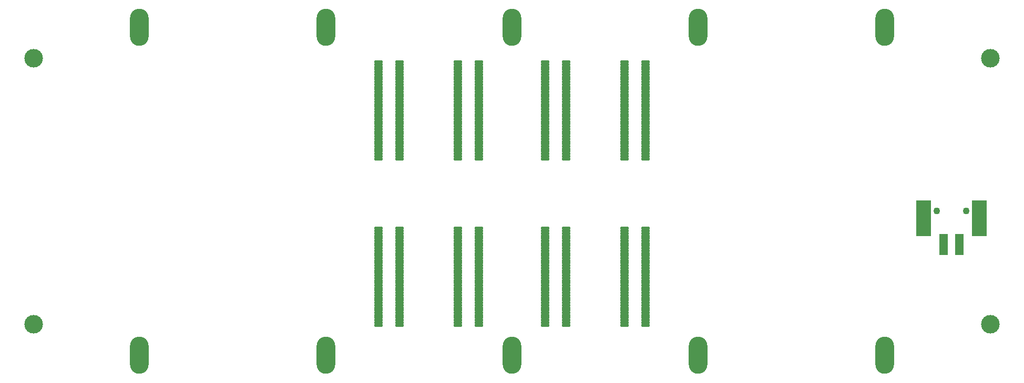
<source format=gbr>
%TF.GenerationSoftware,KiCad,Pcbnew,8.0.2*%
%TF.CreationDate,2024-07-16T15:49:33+02:00*%
%TF.ProjectId,4-MPPC_FARICH_Prototype,342d4d50-5043-45f4-9641-524943485f50,rev?*%
%TF.SameCoordinates,Original*%
%TF.FileFunction,Soldermask,Bot*%
%TF.FilePolarity,Negative*%
%FSLAX46Y46*%
G04 Gerber Fmt 4.6, Leading zero omitted, Abs format (unit mm)*
G04 Created by KiCad (PCBNEW 8.0.2) date 2024-07-16 15:49:33*
%MOMM*%
%LPD*%
G01*
G04 APERTURE LIST*
G04 Aperture macros list*
%AMRoundRect*
0 Rectangle with rounded corners*
0 $1 Rounding radius*
0 $2 $3 $4 $5 $6 $7 $8 $9 X,Y pos of 4 corners*
0 Add a 4 corners polygon primitive as box body*
4,1,4,$2,$3,$4,$5,$6,$7,$8,$9,$2,$3,0*
0 Add four circle primitives for the rounded corners*
1,1,$1+$1,$2,$3*
1,1,$1+$1,$4,$5*
1,1,$1+$1,$6,$7*
1,1,$1+$1,$8,$9*
0 Add four rect primitives between the rounded corners*
20,1,$1+$1,$2,$3,$4,$5,0*
20,1,$1+$1,$4,$5,$6,$7,0*
20,1,$1+$1,$6,$7,$8,$9,0*
20,1,$1+$1,$8,$9,$2,$3,0*%
G04 Aperture macros list end*
%ADD10O,3.000000X6.000000*%
%ADD11C,3.000000*%
%ADD12C,1.100000*%
%ADD13RoundRect,0.102000X-0.600000X-1.600000X0.600000X-1.600000X0.600000X1.600000X-0.600000X1.600000X0*%
%ADD14RoundRect,0.102000X-1.100000X-2.800000X1.100000X-2.800000X1.100000X2.800000X-1.100000X2.800000X0*%
%ADD15RoundRect,0.102000X-0.600000X0.115000X-0.600000X-0.115000X0.600000X-0.115000X0.600000X0.115000X0*%
G04 APERTURE END LIST*
D10*
%TO.C,3*%
X205900000Y-118625000D03*
%TD*%
%TO.C,6*%
X115900000Y-65715000D03*
%TD*%
%TO.C,8*%
X85900000Y-65715000D03*
%TD*%
%TO.C,*%
X145900000Y-65715000D03*
%TD*%
D11*
%TO.C,H1*%
X68855000Y-70715000D03*
%TD*%
D10*
%TO.C,*%
X145900000Y-118625000D03*
%TD*%
D11*
%TO.C,H3*%
X222945000Y-70715000D03*
%TD*%
D10*
%TO.C,5*%
X115900000Y-118625000D03*
%TD*%
%TO.C,7*%
X85900000Y-118625000D03*
%TD*%
%TO.C,2*%
X175900000Y-65715000D03*
%TD*%
D11*
%TO.C,H2*%
X68855000Y-113625000D03*
%TD*%
D10*
%TO.C,4*%
X205900000Y-65715000D03*
%TD*%
D11*
%TO.C,H4*%
X222945000Y-113625000D03*
%TD*%
D10*
%TO.C,1*%
X175900000Y-118625000D03*
%TD*%
D12*
%TO.C,J1*%
X214345000Y-95365000D03*
X219045000Y-95365000D03*
D13*
X215445000Y-100715000D03*
X217945000Y-100715000D03*
D14*
X212195000Y-96515000D03*
X221195000Y-96515000D03*
%TD*%
D15*
%TO.C,J9*%
X164010000Y-98150000D03*
X167430000Y-98150000D03*
X164010000Y-98550000D03*
X167430000Y-98550000D03*
X164010000Y-98950000D03*
X167430000Y-98950000D03*
X164010000Y-99350000D03*
X167430000Y-99350000D03*
X164010000Y-99750000D03*
X167430000Y-99750000D03*
X164010000Y-100150000D03*
X167430000Y-100150000D03*
X164010000Y-100550000D03*
X167430000Y-100550000D03*
X164010000Y-100950000D03*
X167430000Y-100950000D03*
X164010000Y-101350000D03*
X167430000Y-101350000D03*
X164010000Y-101750000D03*
X167430000Y-101750000D03*
X164010000Y-102150000D03*
X167430000Y-102150000D03*
X164010000Y-102550000D03*
X167430000Y-102550000D03*
X164010000Y-102950000D03*
X167430000Y-102950000D03*
X164010000Y-103350000D03*
X167430000Y-103350000D03*
X164010000Y-103750000D03*
X167430000Y-103750000D03*
X164010000Y-104150000D03*
X167430000Y-104150000D03*
X164010000Y-104550000D03*
X167430000Y-104550000D03*
X164010000Y-104950000D03*
X167430000Y-104950000D03*
X164010000Y-105350000D03*
X167430000Y-105350000D03*
X164010000Y-105750000D03*
X167430000Y-105750000D03*
X164010000Y-106150000D03*
X167430000Y-106150000D03*
X164010000Y-106550000D03*
X167430000Y-106550000D03*
X164010000Y-106950000D03*
X167430000Y-106950000D03*
X164010000Y-107350000D03*
X167430000Y-107350000D03*
X164010000Y-107750000D03*
X167430000Y-107750000D03*
X164010000Y-108150000D03*
X167430000Y-108150000D03*
X164010000Y-108550000D03*
X167430000Y-108550000D03*
X164010000Y-108950000D03*
X167430000Y-108950000D03*
X164010000Y-109350000D03*
X167430000Y-109350000D03*
X164010000Y-109750000D03*
X167430000Y-109750000D03*
X164010000Y-110150000D03*
X167430000Y-110150000D03*
X164010000Y-110550000D03*
X167430000Y-110550000D03*
X164010000Y-110950000D03*
X167430000Y-110950000D03*
X164010000Y-111350000D03*
X167430000Y-111350000D03*
X164010000Y-111750000D03*
X167430000Y-111750000D03*
X164010000Y-112150000D03*
X167430000Y-112150000D03*
X164010000Y-112550000D03*
X167430000Y-112550000D03*
X164010000Y-112950000D03*
X167430000Y-112950000D03*
X164010000Y-113350000D03*
X167430000Y-113350000D03*
X164010000Y-113750000D03*
X167430000Y-113750000D03*
%TD*%
%TO.C,J7*%
X151210000Y-98150000D03*
X154630000Y-98150000D03*
X151210000Y-98550000D03*
X154630000Y-98550000D03*
X151210000Y-98950000D03*
X154630000Y-98950000D03*
X151210000Y-99350000D03*
X154630000Y-99350000D03*
X151210000Y-99750000D03*
X154630000Y-99750000D03*
X151210000Y-100150000D03*
X154630000Y-100150000D03*
X151210000Y-100550000D03*
X154630000Y-100550000D03*
X151210000Y-100950000D03*
X154630000Y-100950000D03*
X151210000Y-101350000D03*
X154630000Y-101350000D03*
X151210000Y-101750000D03*
X154630000Y-101750000D03*
X151210000Y-102150000D03*
X154630000Y-102150000D03*
X151210000Y-102550000D03*
X154630000Y-102550000D03*
X151210000Y-102950000D03*
X154630000Y-102950000D03*
X151210000Y-103350000D03*
X154630000Y-103350000D03*
X151210000Y-103750000D03*
X154630000Y-103750000D03*
X151210000Y-104150000D03*
X154630000Y-104150000D03*
X151210000Y-104550000D03*
X154630000Y-104550000D03*
X151210000Y-104950000D03*
X154630000Y-104950000D03*
X151210000Y-105350000D03*
X154630000Y-105350000D03*
X151210000Y-105750000D03*
X154630000Y-105750000D03*
X151210000Y-106150000D03*
X154630000Y-106150000D03*
X151210000Y-106550000D03*
X154630000Y-106550000D03*
X151210000Y-106950000D03*
X154630000Y-106950000D03*
X151210000Y-107350000D03*
X154630000Y-107350000D03*
X151210000Y-107750000D03*
X154630000Y-107750000D03*
X151210000Y-108150000D03*
X154630000Y-108150000D03*
X151210000Y-108550000D03*
X154630000Y-108550000D03*
X151210000Y-108950000D03*
X154630000Y-108950000D03*
X151210000Y-109350000D03*
X154630000Y-109350000D03*
X151210000Y-109750000D03*
X154630000Y-109750000D03*
X151210000Y-110150000D03*
X154630000Y-110150000D03*
X151210000Y-110550000D03*
X154630000Y-110550000D03*
X151210000Y-110950000D03*
X154630000Y-110950000D03*
X151210000Y-111350000D03*
X154630000Y-111350000D03*
X151210000Y-111750000D03*
X154630000Y-111750000D03*
X151210000Y-112150000D03*
X154630000Y-112150000D03*
X151210000Y-112550000D03*
X154630000Y-112550000D03*
X151210000Y-112950000D03*
X154630000Y-112950000D03*
X151210000Y-113350000D03*
X154630000Y-113350000D03*
X151210000Y-113750000D03*
X154630000Y-113750000D03*
%TD*%
%TO.C,J6*%
X151210000Y-71310000D03*
X154630000Y-71310000D03*
X151210000Y-71710000D03*
X154630000Y-71710000D03*
X151210000Y-72110000D03*
X154630000Y-72110000D03*
X151210000Y-72510000D03*
X154630000Y-72510000D03*
X151210000Y-72910000D03*
X154630000Y-72910000D03*
X151210000Y-73310000D03*
X154630000Y-73310000D03*
X151210000Y-73710000D03*
X154630000Y-73710000D03*
X151210000Y-74110000D03*
X154630000Y-74110000D03*
X151210000Y-74510000D03*
X154630000Y-74510000D03*
X151210000Y-74910000D03*
X154630000Y-74910000D03*
X151210000Y-75310000D03*
X154630000Y-75310000D03*
X151210000Y-75710000D03*
X154630000Y-75710000D03*
X151210000Y-76110000D03*
X154630000Y-76110000D03*
X151210000Y-76510000D03*
X154630000Y-76510000D03*
X151210000Y-76910000D03*
X154630000Y-76910000D03*
X151210000Y-77310000D03*
X154630000Y-77310000D03*
X151210000Y-77710000D03*
X154630000Y-77710000D03*
X151210000Y-78110000D03*
X154630000Y-78110000D03*
X151210000Y-78510000D03*
X154630000Y-78510000D03*
X151210000Y-78910000D03*
X154630000Y-78910000D03*
X151210000Y-79310000D03*
X154630000Y-79310000D03*
X151210000Y-79710000D03*
X154630000Y-79710000D03*
X151210000Y-80110000D03*
X154630000Y-80110000D03*
X151210000Y-80510000D03*
X154630000Y-80510000D03*
X151210000Y-80910000D03*
X154630000Y-80910000D03*
X151210000Y-81310000D03*
X154630000Y-81310000D03*
X151210000Y-81710000D03*
X154630000Y-81710000D03*
X151210000Y-82110000D03*
X154630000Y-82110000D03*
X151210000Y-82510000D03*
X154630000Y-82510000D03*
X151210000Y-82910000D03*
X154630000Y-82910000D03*
X151210000Y-83310000D03*
X154630000Y-83310000D03*
X151210000Y-83710000D03*
X154630000Y-83710000D03*
X151210000Y-84110000D03*
X154630000Y-84110000D03*
X151210000Y-84510000D03*
X154630000Y-84510000D03*
X151210000Y-84910000D03*
X154630000Y-84910000D03*
X151210000Y-85310000D03*
X154630000Y-85310000D03*
X151210000Y-85710000D03*
X154630000Y-85710000D03*
X151210000Y-86110000D03*
X154630000Y-86110000D03*
X151210000Y-86510000D03*
X154630000Y-86510000D03*
X151210000Y-86910000D03*
X154630000Y-86910000D03*
%TD*%
%TO.C,J3*%
X137170000Y-71310000D03*
X140590000Y-71310000D03*
X137170000Y-71710000D03*
X140590000Y-71710000D03*
X137170000Y-72110000D03*
X140590000Y-72110000D03*
X137170000Y-72510000D03*
X140590000Y-72510000D03*
X137170000Y-72910000D03*
X140590000Y-72910000D03*
X137170000Y-73310000D03*
X140590000Y-73310000D03*
X137170000Y-73710000D03*
X140590000Y-73710000D03*
X137170000Y-74110000D03*
X140590000Y-74110000D03*
X137170000Y-74510000D03*
X140590000Y-74510000D03*
X137170000Y-74910000D03*
X140590000Y-74910000D03*
X137170000Y-75310000D03*
X140590000Y-75310000D03*
X137170000Y-75710000D03*
X140590000Y-75710000D03*
X137170000Y-76110000D03*
X140590000Y-76110000D03*
X137170000Y-76510000D03*
X140590000Y-76510000D03*
X137170000Y-76910000D03*
X140590000Y-76910000D03*
X137170000Y-77310000D03*
X140590000Y-77310000D03*
X137170000Y-77710000D03*
X140590000Y-77710000D03*
X137170000Y-78110000D03*
X140590000Y-78110000D03*
X137170000Y-78510000D03*
X140590000Y-78510000D03*
X137170000Y-78910000D03*
X140590000Y-78910000D03*
X137170000Y-79310000D03*
X140590000Y-79310000D03*
X137170000Y-79710000D03*
X140590000Y-79710000D03*
X137170000Y-80110000D03*
X140590000Y-80110000D03*
X137170000Y-80510000D03*
X140590000Y-80510000D03*
X137170000Y-80910000D03*
X140590000Y-80910000D03*
X137170000Y-81310000D03*
X140590000Y-81310000D03*
X137170000Y-81710000D03*
X140590000Y-81710000D03*
X137170000Y-82110000D03*
X140590000Y-82110000D03*
X137170000Y-82510000D03*
X140590000Y-82510000D03*
X137170000Y-82910000D03*
X140590000Y-82910000D03*
X137170000Y-83310000D03*
X140590000Y-83310000D03*
X137170000Y-83710000D03*
X140590000Y-83710000D03*
X137170000Y-84110000D03*
X140590000Y-84110000D03*
X137170000Y-84510000D03*
X140590000Y-84510000D03*
X137170000Y-84910000D03*
X140590000Y-84910000D03*
X137170000Y-85310000D03*
X140590000Y-85310000D03*
X137170000Y-85710000D03*
X140590000Y-85710000D03*
X137170000Y-86110000D03*
X140590000Y-86110000D03*
X137170000Y-86510000D03*
X140590000Y-86510000D03*
X137170000Y-86910000D03*
X140590000Y-86910000D03*
%TD*%
%TO.C,J4*%
X124370000Y-98150000D03*
X127790000Y-98150000D03*
X124370000Y-98550000D03*
X127790000Y-98550000D03*
X124370000Y-98950000D03*
X127790000Y-98950000D03*
X124370000Y-99350000D03*
X127790000Y-99350000D03*
X124370000Y-99750000D03*
X127790000Y-99750000D03*
X124370000Y-100150000D03*
X127790000Y-100150000D03*
X124370000Y-100550000D03*
X127790000Y-100550000D03*
X124370000Y-100950000D03*
X127790000Y-100950000D03*
X124370000Y-101350000D03*
X127790000Y-101350000D03*
X124370000Y-101750000D03*
X127790000Y-101750000D03*
X124370000Y-102150000D03*
X127790000Y-102150000D03*
X124370000Y-102550000D03*
X127790000Y-102550000D03*
X124370000Y-102950000D03*
X127790000Y-102950000D03*
X124370000Y-103350000D03*
X127790000Y-103350000D03*
X124370000Y-103750000D03*
X127790000Y-103750000D03*
X124370000Y-104150000D03*
X127790000Y-104150000D03*
X124370000Y-104550000D03*
X127790000Y-104550000D03*
X124370000Y-104950000D03*
X127790000Y-104950000D03*
X124370000Y-105350000D03*
X127790000Y-105350000D03*
X124370000Y-105750000D03*
X127790000Y-105750000D03*
X124370000Y-106150000D03*
X127790000Y-106150000D03*
X124370000Y-106550000D03*
X127790000Y-106550000D03*
X124370000Y-106950000D03*
X127790000Y-106950000D03*
X124370000Y-107350000D03*
X127790000Y-107350000D03*
X124370000Y-107750000D03*
X127790000Y-107750000D03*
X124370000Y-108150000D03*
X127790000Y-108150000D03*
X124370000Y-108550000D03*
X127790000Y-108550000D03*
X124370000Y-108950000D03*
X127790000Y-108950000D03*
X124370000Y-109350000D03*
X127790000Y-109350000D03*
X124370000Y-109750000D03*
X127790000Y-109750000D03*
X124370000Y-110150000D03*
X127790000Y-110150000D03*
X124370000Y-110550000D03*
X127790000Y-110550000D03*
X124370000Y-110950000D03*
X127790000Y-110950000D03*
X124370000Y-111350000D03*
X127790000Y-111350000D03*
X124370000Y-111750000D03*
X127790000Y-111750000D03*
X124370000Y-112150000D03*
X127790000Y-112150000D03*
X124370000Y-112550000D03*
X127790000Y-112550000D03*
X124370000Y-112950000D03*
X127790000Y-112950000D03*
X124370000Y-113350000D03*
X127790000Y-113350000D03*
X124370000Y-113750000D03*
X127790000Y-113750000D03*
%TD*%
%TO.C,J8*%
X164010000Y-71310000D03*
X167430000Y-71310000D03*
X164010000Y-71710000D03*
X167430000Y-71710000D03*
X164010000Y-72110000D03*
X167430000Y-72110000D03*
X164010000Y-72510000D03*
X167430000Y-72510000D03*
X164010000Y-72910000D03*
X167430000Y-72910000D03*
X164010000Y-73310000D03*
X167430000Y-73310000D03*
X164010000Y-73710000D03*
X167430000Y-73710000D03*
X164010000Y-74110000D03*
X167430000Y-74110000D03*
X164010000Y-74510000D03*
X167430000Y-74510000D03*
X164010000Y-74910000D03*
X167430000Y-74910000D03*
X164010000Y-75310000D03*
X167430000Y-75310000D03*
X164010000Y-75710000D03*
X167430000Y-75710000D03*
X164010000Y-76110000D03*
X167430000Y-76110000D03*
X164010000Y-76510000D03*
X167430000Y-76510000D03*
X164010000Y-76910000D03*
X167430000Y-76910000D03*
X164010000Y-77310000D03*
X167430000Y-77310000D03*
X164010000Y-77710000D03*
X167430000Y-77710000D03*
X164010000Y-78110000D03*
X167430000Y-78110000D03*
X164010000Y-78510000D03*
X167430000Y-78510000D03*
X164010000Y-78910000D03*
X167430000Y-78910000D03*
X164010000Y-79310000D03*
X167430000Y-79310000D03*
X164010000Y-79710000D03*
X167430000Y-79710000D03*
X164010000Y-80110000D03*
X167430000Y-80110000D03*
X164010000Y-80510000D03*
X167430000Y-80510000D03*
X164010000Y-80910000D03*
X167430000Y-80910000D03*
X164010000Y-81310000D03*
X167430000Y-81310000D03*
X164010000Y-81710000D03*
X167430000Y-81710000D03*
X164010000Y-82110000D03*
X167430000Y-82110000D03*
X164010000Y-82510000D03*
X167430000Y-82510000D03*
X164010000Y-82910000D03*
X167430000Y-82910000D03*
X164010000Y-83310000D03*
X167430000Y-83310000D03*
X164010000Y-83710000D03*
X167430000Y-83710000D03*
X164010000Y-84110000D03*
X167430000Y-84110000D03*
X164010000Y-84510000D03*
X167430000Y-84510000D03*
X164010000Y-84910000D03*
X167430000Y-84910000D03*
X164010000Y-85310000D03*
X167430000Y-85310000D03*
X164010000Y-85710000D03*
X167430000Y-85710000D03*
X164010000Y-86110000D03*
X167430000Y-86110000D03*
X164010000Y-86510000D03*
X167430000Y-86510000D03*
X164010000Y-86910000D03*
X167430000Y-86910000D03*
%TD*%
%TO.C,J5*%
X137170000Y-98150000D03*
X140590000Y-98150000D03*
X137170000Y-98550000D03*
X140590000Y-98550000D03*
X137170000Y-98950000D03*
X140590000Y-98950000D03*
X137170000Y-99350000D03*
X140590000Y-99350000D03*
X137170000Y-99750000D03*
X140590000Y-99750000D03*
X137170000Y-100150000D03*
X140590000Y-100150000D03*
X137170000Y-100550000D03*
X140590000Y-100550000D03*
X137170000Y-100950000D03*
X140590000Y-100950000D03*
X137170000Y-101350000D03*
X140590000Y-101350000D03*
X137170000Y-101750000D03*
X140590000Y-101750000D03*
X137170000Y-102150000D03*
X140590000Y-102150000D03*
X137170000Y-102550000D03*
X140590000Y-102550000D03*
X137170000Y-102950000D03*
X140590000Y-102950000D03*
X137170000Y-103350000D03*
X140590000Y-103350000D03*
X137170000Y-103750000D03*
X140590000Y-103750000D03*
X137170000Y-104150000D03*
X140590000Y-104150000D03*
X137170000Y-104550000D03*
X140590000Y-104550000D03*
X137170000Y-104950000D03*
X140590000Y-104950000D03*
X137170000Y-105350000D03*
X140590000Y-105350000D03*
X137170000Y-105750000D03*
X140590000Y-105750000D03*
X137170000Y-106150000D03*
X140590000Y-106150000D03*
X137170000Y-106550000D03*
X140590000Y-106550000D03*
X137170000Y-106950000D03*
X140590000Y-106950000D03*
X137170000Y-107350000D03*
X140590000Y-107350000D03*
X137170000Y-107750000D03*
X140590000Y-107750000D03*
X137170000Y-108150000D03*
X140590000Y-108150000D03*
X137170000Y-108550000D03*
X140590000Y-108550000D03*
X137170000Y-108950000D03*
X140590000Y-108950000D03*
X137170000Y-109350000D03*
X140590000Y-109350000D03*
X137170000Y-109750000D03*
X140590000Y-109750000D03*
X137170000Y-110150000D03*
X140590000Y-110150000D03*
X137170000Y-110550000D03*
X140590000Y-110550000D03*
X137170000Y-110950000D03*
X140590000Y-110950000D03*
X137170000Y-111350000D03*
X140590000Y-111350000D03*
X137170000Y-111750000D03*
X140590000Y-111750000D03*
X137170000Y-112150000D03*
X140590000Y-112150000D03*
X137170000Y-112550000D03*
X140590000Y-112550000D03*
X137170000Y-112950000D03*
X140590000Y-112950000D03*
X137170000Y-113350000D03*
X140590000Y-113350000D03*
X137170000Y-113750000D03*
X140590000Y-113750000D03*
%TD*%
%TO.C,J2*%
X124370000Y-71310000D03*
X127790000Y-71310000D03*
X124370000Y-71710000D03*
X127790000Y-71710000D03*
X124370000Y-72110000D03*
X127790000Y-72110000D03*
X124370000Y-72510000D03*
X127790000Y-72510000D03*
X124370000Y-72910000D03*
X127790000Y-72910000D03*
X124370000Y-73310000D03*
X127790000Y-73310000D03*
X124370000Y-73710000D03*
X127790000Y-73710000D03*
X124370000Y-74110000D03*
X127790000Y-74110000D03*
X124370000Y-74510000D03*
X127790000Y-74510000D03*
X124370000Y-74910000D03*
X127790000Y-74910000D03*
X124370000Y-75310000D03*
X127790000Y-75310000D03*
X124370000Y-75710000D03*
X127790000Y-75710000D03*
X124370000Y-76110000D03*
X127790000Y-76110000D03*
X124370000Y-76510000D03*
X127790000Y-76510000D03*
X124370000Y-76910000D03*
X127790000Y-76910000D03*
X124370000Y-77310000D03*
X127790000Y-77310000D03*
X124370000Y-77710000D03*
X127790000Y-77710000D03*
X124370000Y-78110000D03*
X127790000Y-78110000D03*
X124370000Y-78510000D03*
X127790000Y-78510000D03*
X124370000Y-78910000D03*
X127790000Y-78910000D03*
X124370000Y-79310000D03*
X127790000Y-79310000D03*
X124370000Y-79710000D03*
X127790000Y-79710000D03*
X124370000Y-80110000D03*
X127790000Y-80110000D03*
X124370000Y-80510000D03*
X127790000Y-80510000D03*
X124370000Y-80910000D03*
X127790000Y-80910000D03*
X124370000Y-81310000D03*
X127790000Y-81310000D03*
X124370000Y-81710000D03*
X127790000Y-81710000D03*
X124370000Y-82110000D03*
X127790000Y-82110000D03*
X124370000Y-82510000D03*
X127790000Y-82510000D03*
X124370000Y-82910000D03*
X127790000Y-82910000D03*
X124370000Y-83310000D03*
X127790000Y-83310000D03*
X124370000Y-83710000D03*
X127790000Y-83710000D03*
X124370000Y-84110000D03*
X127790000Y-84110000D03*
X124370000Y-84510000D03*
X127790000Y-84510000D03*
X124370000Y-84910000D03*
X127790000Y-84910000D03*
X124370000Y-85310000D03*
X127790000Y-85310000D03*
X124370000Y-85710000D03*
X127790000Y-85710000D03*
X124370000Y-86110000D03*
X127790000Y-86110000D03*
X124370000Y-86510000D03*
X127790000Y-86510000D03*
X124370000Y-86910000D03*
X127790000Y-86910000D03*
%TD*%
M02*

</source>
